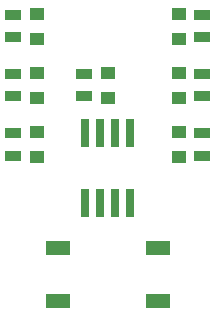
<source format=gbr>
G04 GENERATED BY PULSONIX 10.5 GERBER.DLL 7875A*
G04 #@! TF.GenerationSoftware,Pulsonix,Pulsonix,10.5.7875a*
G04 #@! TF.CreationDate,2019-10-01T10:17:35--1:00*
G04 #@! TF.Part,Single*
%FSLAX35Y35*%
%LPD*%
%MOMM*%
G04 #@! TF.FileFunction,Paste*
G04 #@! TF.FilePolarity,Positive*
G04 #@! TA.AperFunction,SMDPad*
%ADD20R,1.40000X0.90000*%
%ADD82R,1.20000X1.10000*%
%ADD1069R,0.70000X2.40000*%
%ADD1070R,2.00000X1.30000*%
X0Y0D02*
D02*
D20*
X590000Y1644750D03*
Y1835250D03*
Y2144750D03*
Y2335250D03*
Y2644750D03*
Y2835250D03*
X1190000Y2144750D03*
Y2335250D03*
X2190000Y1644750D03*
Y1835250D03*
Y2144750D03*
Y2335250D03*
Y2644750D03*
Y2835250D03*
D02*
D82*
X790000Y1635000D03*
Y1845000D03*
Y2135000D03*
Y2345000D03*
Y2635000D03*
Y2845000D03*
X1390000Y2135000D03*
Y2345000D03*
X1990000Y1635000D03*
Y1845000D03*
Y2135000D03*
Y2345000D03*
Y2635000D03*
Y2845000D03*
D02*
D1069*
X1199500Y1245000D03*
Y1835000D03*
X1326500Y1245000D03*
Y1835000D03*
X1453500Y1245000D03*
Y1835000D03*
X1580500Y1245000D03*
Y1835000D03*
D02*
D1070*
X970000Y415000D03*
Y865000D03*
X1810000Y415000D03*
Y865000D03*
X0Y0D02*
M02*

</source>
